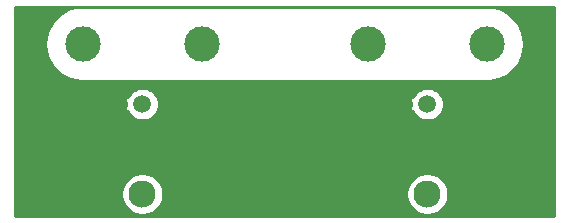
<source format=gbr>
%TF.GenerationSoftware,KiCad,Pcbnew,(5.1.10)-1*%
%TF.CreationDate,2021-10-22T01:29:16+01:00*%
%TF.ProjectId,RCA BOOARD,52434120-424f-44f4-9152-442e6b696361,rev?*%
%TF.SameCoordinates,Original*%
%TF.FileFunction,Copper,L2,Bot*%
%TF.FilePolarity,Positive*%
%FSLAX46Y46*%
G04 Gerber Fmt 4.6, Leading zero omitted, Abs format (unit mm)*
G04 Created by KiCad (PCBNEW (5.1.10)-1) date 2021-10-22 01:29:16*
%MOMM*%
%LPD*%
G01*
G04 APERTURE LIST*
%TA.AperFunction,ComponentPad*%
%ADD10C,1.500000*%
%TD*%
%TA.AperFunction,ComponentPad*%
%ADD11C,3.000000*%
%TD*%
%TA.AperFunction,ComponentPad*%
%ADD12C,2.300000*%
%TD*%
%TA.AperFunction,Conductor*%
%ADD13C,0.250000*%
%TD*%
%TA.AperFunction,Conductor*%
%ADD14C,2.600000*%
%TD*%
%TA.AperFunction,Conductor*%
%ADD15C,4.000000*%
%TD*%
%TA.AperFunction,NonConductor*%
%ADD16C,0.254000*%
%TD*%
%TA.AperFunction,NonConductor*%
%ADD17C,0.100000*%
%TD*%
G04 APERTURE END LIST*
D10*
%TO.P,RCA 4LEG,4*%
%TO.N,N/C*%
X149900000Y-134630000D03*
%TO.P,RCA 4LEG,3*%
X152400000Y-134630000D03*
D11*
%TO.P,RCA 4LEG,2*%
X157450000Y-129530000D03*
%TO.P,RCA 4LEG,1*%
X147350000Y-129530000D03*
%TD*%
%TO.P,RCA 4LEG,1*%
%TO.N,N/C*%
X123220000Y-129530000D03*
%TO.P,RCA 4LEG,2*%
X133320000Y-129530000D03*
D10*
%TO.P,RCA 4LEG,3*%
X128270000Y-134630000D03*
%TO.P,RCA 4LEG,4*%
X125770000Y-134630000D03*
%TD*%
D12*
%TO.P, ,1*%
%TO.N,N/C*%
X138430000Y-142240000D03*
%TD*%
%TO.P, ,1*%
%TO.N,N/C*%
X152400000Y-142240000D03*
%TD*%
%TO.P, ,1*%
%TO.N,N/C*%
X128270000Y-142240000D03*
%TD*%
%TO.P, ,1*%
%TO.N,N/C*%
X142240000Y-142240000D03*
%TD*%
D13*
%TO.N,*%
X142290000Y-142240000D02*
X142240000Y-142240000D01*
D14*
X125730000Y-134620000D02*
X124490000Y-134620000D01*
X149860000Y-134620000D02*
X148620000Y-134620000D01*
D15*
X138430000Y-142240000D02*
X142240000Y-142240000D01*
%TD*%
D16*
X163170001Y-144120000D02*
X117500000Y-144120000D01*
X117500000Y-142064193D01*
X126485000Y-142064193D01*
X126485000Y-142415807D01*
X126553596Y-142760665D01*
X126688153Y-143085515D01*
X126883500Y-143377871D01*
X127132129Y-143626500D01*
X127424485Y-143821847D01*
X127749335Y-143956404D01*
X128094193Y-144025000D01*
X128445807Y-144025000D01*
X128790665Y-143956404D01*
X129115515Y-143821847D01*
X129407871Y-143626500D01*
X129656500Y-143377871D01*
X129851847Y-143085515D01*
X129986404Y-142760665D01*
X130055000Y-142415807D01*
X130055000Y-142064193D01*
X136645000Y-142064193D01*
X136645000Y-142415807D01*
X136713596Y-142760665D01*
X136848153Y-143085515D01*
X137043500Y-143377871D01*
X137292129Y-143626500D01*
X137584485Y-143821847D01*
X137909335Y-143956404D01*
X138254193Y-144025000D01*
X138605807Y-144025000D01*
X138950665Y-143956404D01*
X139275515Y-143821847D01*
X139567871Y-143626500D01*
X139816500Y-143377871D01*
X140011847Y-143085515D01*
X140146404Y-142760665D01*
X140215000Y-142415807D01*
X140215000Y-142064193D01*
X140455000Y-142064193D01*
X140455000Y-142415807D01*
X140523596Y-142760665D01*
X140658153Y-143085515D01*
X140853500Y-143377871D01*
X141102129Y-143626500D01*
X141394485Y-143821847D01*
X141719335Y-143956404D01*
X142064193Y-144025000D01*
X142415807Y-144025000D01*
X142760665Y-143956404D01*
X143085515Y-143821847D01*
X143377871Y-143626500D01*
X143626500Y-143377871D01*
X143821847Y-143085515D01*
X143956404Y-142760665D01*
X144025000Y-142415807D01*
X144025000Y-142064193D01*
X150615000Y-142064193D01*
X150615000Y-142415807D01*
X150683596Y-142760665D01*
X150818153Y-143085515D01*
X151013500Y-143377871D01*
X151262129Y-143626500D01*
X151554485Y-143821847D01*
X151879335Y-143956404D01*
X152224193Y-144025000D01*
X152575807Y-144025000D01*
X152920665Y-143956404D01*
X153245515Y-143821847D01*
X153537871Y-143626500D01*
X153786500Y-143377871D01*
X153981847Y-143085515D01*
X154116404Y-142760665D01*
X154185000Y-142415807D01*
X154185000Y-142064193D01*
X154116404Y-141719335D01*
X153981847Y-141394485D01*
X153786500Y-141102129D01*
X153537871Y-140853500D01*
X153245515Y-140658153D01*
X152920665Y-140523596D01*
X152575807Y-140455000D01*
X152224193Y-140455000D01*
X151879335Y-140523596D01*
X151554485Y-140658153D01*
X151262129Y-140853500D01*
X151013500Y-141102129D01*
X150818153Y-141394485D01*
X150683596Y-141719335D01*
X150615000Y-142064193D01*
X144025000Y-142064193D01*
X143956404Y-141719335D01*
X143821847Y-141394485D01*
X143626500Y-141102129D01*
X143377871Y-140853500D01*
X143085515Y-140658153D01*
X142760665Y-140523596D01*
X142415807Y-140455000D01*
X142064193Y-140455000D01*
X141719335Y-140523596D01*
X141394485Y-140658153D01*
X141102129Y-140853500D01*
X140853500Y-141102129D01*
X140658153Y-141394485D01*
X140523596Y-141719335D01*
X140455000Y-142064193D01*
X140215000Y-142064193D01*
X140146404Y-141719335D01*
X140011847Y-141394485D01*
X139816500Y-141102129D01*
X139567871Y-140853500D01*
X139275515Y-140658153D01*
X138950665Y-140523596D01*
X138605807Y-140455000D01*
X138254193Y-140455000D01*
X137909335Y-140523596D01*
X137584485Y-140658153D01*
X137292129Y-140853500D01*
X137043500Y-141102129D01*
X136848153Y-141394485D01*
X136713596Y-141719335D01*
X136645000Y-142064193D01*
X130055000Y-142064193D01*
X129986404Y-141719335D01*
X129851847Y-141394485D01*
X129656500Y-141102129D01*
X129407871Y-140853500D01*
X129115515Y-140658153D01*
X128790665Y-140523596D01*
X128445807Y-140455000D01*
X128094193Y-140455000D01*
X127749335Y-140523596D01*
X127424485Y-140658153D01*
X127132129Y-140853500D01*
X126883500Y-141102129D01*
X126688153Y-141394485D01*
X126553596Y-141719335D01*
X126485000Y-142064193D01*
X117500000Y-142064193D01*
X117500000Y-134620000D01*
X123696324Y-134620000D01*
X123710998Y-134768985D01*
X123754454Y-134912246D01*
X123825026Y-135044276D01*
X123896201Y-135131002D01*
X123958998Y-135193799D01*
X124045724Y-135264974D01*
X124177754Y-135335546D01*
X124321014Y-135379002D01*
X124469999Y-135393676D01*
X124605622Y-135380318D01*
X124694201Y-135512886D01*
X124887114Y-135705799D01*
X125113957Y-135857371D01*
X125366011Y-135961775D01*
X125633589Y-136015000D01*
X125906411Y-136015000D01*
X126173989Y-135961775D01*
X126426043Y-135857371D01*
X126652886Y-135705799D01*
X126845799Y-135512886D01*
X126997371Y-135286043D01*
X127020000Y-135231412D01*
X127042629Y-135286043D01*
X127194201Y-135512886D01*
X127387114Y-135705799D01*
X127613957Y-135857371D01*
X127866011Y-135961775D01*
X128133589Y-136015000D01*
X128406411Y-136015000D01*
X128673989Y-135961775D01*
X128926043Y-135857371D01*
X129152886Y-135705799D01*
X129345799Y-135512886D01*
X129497371Y-135286043D01*
X129601775Y-135033989D01*
X129655000Y-134766411D01*
X129655000Y-134493589D01*
X148515000Y-134493589D01*
X148515000Y-134766411D01*
X148568225Y-135033989D01*
X148672629Y-135286043D01*
X148824201Y-135512886D01*
X149017114Y-135705799D01*
X149243957Y-135857371D01*
X149496011Y-135961775D01*
X149763589Y-136015000D01*
X150036411Y-136015000D01*
X150303989Y-135961775D01*
X150556043Y-135857371D01*
X150782886Y-135705799D01*
X150975799Y-135512886D01*
X151127371Y-135286043D01*
X151150000Y-135231412D01*
X151172629Y-135286043D01*
X151324201Y-135512886D01*
X151517114Y-135705799D01*
X151743957Y-135857371D01*
X151996011Y-135961775D01*
X152263589Y-136015000D01*
X152536411Y-136015000D01*
X152803989Y-135961775D01*
X153056043Y-135857371D01*
X153282886Y-135705799D01*
X153475799Y-135512886D01*
X153627371Y-135286043D01*
X153731775Y-135033989D01*
X153785000Y-134766411D01*
X153785000Y-134493589D01*
X153731775Y-134226011D01*
X153627371Y-133973957D01*
X153475799Y-133747114D01*
X153282886Y-133554201D01*
X153056043Y-133402629D01*
X152803989Y-133298225D01*
X152536411Y-133245000D01*
X152263589Y-133245000D01*
X151996011Y-133298225D01*
X151743957Y-133402629D01*
X151517114Y-133554201D01*
X151324201Y-133747114D01*
X151172629Y-133973957D01*
X151150000Y-134028588D01*
X151127371Y-133973957D01*
X150975799Y-133747114D01*
X150782886Y-133554201D01*
X150556043Y-133402629D01*
X150303989Y-133298225D01*
X150036411Y-133245000D01*
X149763589Y-133245000D01*
X149496011Y-133298225D01*
X149243957Y-133402629D01*
X149017114Y-133554201D01*
X148824201Y-133747114D01*
X148672629Y-133973957D01*
X148568225Y-134226011D01*
X148515000Y-134493589D01*
X129655000Y-134493589D01*
X129601775Y-134226011D01*
X129497371Y-133973957D01*
X129345799Y-133747114D01*
X129152886Y-133554201D01*
X128926043Y-133402629D01*
X128673989Y-133298225D01*
X128406411Y-133245000D01*
X128133589Y-133245000D01*
X127866011Y-133298225D01*
X127613957Y-133402629D01*
X127387114Y-133554201D01*
X127194201Y-133747114D01*
X127042629Y-133973957D01*
X127020000Y-134028588D01*
X126997371Y-133973957D01*
X126845799Y-133747114D01*
X126652886Y-133554201D01*
X126426043Y-133402629D01*
X126173989Y-133298225D01*
X125906411Y-133245000D01*
X125633589Y-133245000D01*
X125366011Y-133298225D01*
X125113957Y-133402629D01*
X124887114Y-133554201D01*
X124694201Y-133747114D01*
X124611013Y-133871613D01*
X124608985Y-133870998D01*
X124460000Y-133856324D01*
X124311015Y-133870998D01*
X124167754Y-133914454D01*
X124035724Y-133985026D01*
X123919999Y-134079999D01*
X123825026Y-134195724D01*
X123754454Y-134327754D01*
X123710998Y-134471015D01*
X123696324Y-134620000D01*
X117500000Y-134620000D01*
X117500000Y-129530000D01*
X120069832Y-129530000D01*
X120130362Y-130144567D01*
X120309624Y-130735517D01*
X120600731Y-131280140D01*
X120992495Y-131757505D01*
X121469860Y-132149269D01*
X122014483Y-132440376D01*
X122605433Y-132619638D01*
X123065998Y-132665000D01*
X157604002Y-132665000D01*
X158064567Y-132619638D01*
X158655517Y-132440376D01*
X159200140Y-132149269D01*
X159677505Y-131757505D01*
X160069269Y-131280140D01*
X160360376Y-130735517D01*
X160539638Y-130144567D01*
X160600168Y-129530000D01*
X160539638Y-128915433D01*
X160360376Y-128324483D01*
X160069269Y-127779860D01*
X159677505Y-127302495D01*
X159200140Y-126910731D01*
X158655517Y-126619624D01*
X158064567Y-126440362D01*
X157604002Y-126395000D01*
X123065998Y-126395000D01*
X122605433Y-126440362D01*
X122014483Y-126619624D01*
X121469860Y-126910731D01*
X120992495Y-127302495D01*
X120600731Y-127779860D01*
X120309624Y-128324483D01*
X120130362Y-128915433D01*
X120069832Y-129530000D01*
X117500000Y-129530000D01*
X117500000Y-126390000D01*
X163170000Y-126390000D01*
X163170001Y-144120000D01*
%TA.AperFunction,NonConductor*%
D17*
G36*
X163170001Y-144120000D02*
G01*
X117500000Y-144120000D01*
X117500000Y-142064193D01*
X126485000Y-142064193D01*
X126485000Y-142415807D01*
X126553596Y-142760665D01*
X126688153Y-143085515D01*
X126883500Y-143377871D01*
X127132129Y-143626500D01*
X127424485Y-143821847D01*
X127749335Y-143956404D01*
X128094193Y-144025000D01*
X128445807Y-144025000D01*
X128790665Y-143956404D01*
X129115515Y-143821847D01*
X129407871Y-143626500D01*
X129656500Y-143377871D01*
X129851847Y-143085515D01*
X129986404Y-142760665D01*
X130055000Y-142415807D01*
X130055000Y-142064193D01*
X136645000Y-142064193D01*
X136645000Y-142415807D01*
X136713596Y-142760665D01*
X136848153Y-143085515D01*
X137043500Y-143377871D01*
X137292129Y-143626500D01*
X137584485Y-143821847D01*
X137909335Y-143956404D01*
X138254193Y-144025000D01*
X138605807Y-144025000D01*
X138950665Y-143956404D01*
X139275515Y-143821847D01*
X139567871Y-143626500D01*
X139816500Y-143377871D01*
X140011847Y-143085515D01*
X140146404Y-142760665D01*
X140215000Y-142415807D01*
X140215000Y-142064193D01*
X140455000Y-142064193D01*
X140455000Y-142415807D01*
X140523596Y-142760665D01*
X140658153Y-143085515D01*
X140853500Y-143377871D01*
X141102129Y-143626500D01*
X141394485Y-143821847D01*
X141719335Y-143956404D01*
X142064193Y-144025000D01*
X142415807Y-144025000D01*
X142760665Y-143956404D01*
X143085515Y-143821847D01*
X143377871Y-143626500D01*
X143626500Y-143377871D01*
X143821847Y-143085515D01*
X143956404Y-142760665D01*
X144025000Y-142415807D01*
X144025000Y-142064193D01*
X150615000Y-142064193D01*
X150615000Y-142415807D01*
X150683596Y-142760665D01*
X150818153Y-143085515D01*
X151013500Y-143377871D01*
X151262129Y-143626500D01*
X151554485Y-143821847D01*
X151879335Y-143956404D01*
X152224193Y-144025000D01*
X152575807Y-144025000D01*
X152920665Y-143956404D01*
X153245515Y-143821847D01*
X153537871Y-143626500D01*
X153786500Y-143377871D01*
X153981847Y-143085515D01*
X154116404Y-142760665D01*
X154185000Y-142415807D01*
X154185000Y-142064193D01*
X154116404Y-141719335D01*
X153981847Y-141394485D01*
X153786500Y-141102129D01*
X153537871Y-140853500D01*
X153245515Y-140658153D01*
X152920665Y-140523596D01*
X152575807Y-140455000D01*
X152224193Y-140455000D01*
X151879335Y-140523596D01*
X151554485Y-140658153D01*
X151262129Y-140853500D01*
X151013500Y-141102129D01*
X150818153Y-141394485D01*
X150683596Y-141719335D01*
X150615000Y-142064193D01*
X144025000Y-142064193D01*
X143956404Y-141719335D01*
X143821847Y-141394485D01*
X143626500Y-141102129D01*
X143377871Y-140853500D01*
X143085515Y-140658153D01*
X142760665Y-140523596D01*
X142415807Y-140455000D01*
X142064193Y-140455000D01*
X141719335Y-140523596D01*
X141394485Y-140658153D01*
X141102129Y-140853500D01*
X140853500Y-141102129D01*
X140658153Y-141394485D01*
X140523596Y-141719335D01*
X140455000Y-142064193D01*
X140215000Y-142064193D01*
X140146404Y-141719335D01*
X140011847Y-141394485D01*
X139816500Y-141102129D01*
X139567871Y-140853500D01*
X139275515Y-140658153D01*
X138950665Y-140523596D01*
X138605807Y-140455000D01*
X138254193Y-140455000D01*
X137909335Y-140523596D01*
X137584485Y-140658153D01*
X137292129Y-140853500D01*
X137043500Y-141102129D01*
X136848153Y-141394485D01*
X136713596Y-141719335D01*
X136645000Y-142064193D01*
X130055000Y-142064193D01*
X129986404Y-141719335D01*
X129851847Y-141394485D01*
X129656500Y-141102129D01*
X129407871Y-140853500D01*
X129115515Y-140658153D01*
X128790665Y-140523596D01*
X128445807Y-140455000D01*
X128094193Y-140455000D01*
X127749335Y-140523596D01*
X127424485Y-140658153D01*
X127132129Y-140853500D01*
X126883500Y-141102129D01*
X126688153Y-141394485D01*
X126553596Y-141719335D01*
X126485000Y-142064193D01*
X117500000Y-142064193D01*
X117500000Y-134620000D01*
X123696324Y-134620000D01*
X123710998Y-134768985D01*
X123754454Y-134912246D01*
X123825026Y-135044276D01*
X123896201Y-135131002D01*
X123958998Y-135193799D01*
X124045724Y-135264974D01*
X124177754Y-135335546D01*
X124321014Y-135379002D01*
X124469999Y-135393676D01*
X124605622Y-135380318D01*
X124694201Y-135512886D01*
X124887114Y-135705799D01*
X125113957Y-135857371D01*
X125366011Y-135961775D01*
X125633589Y-136015000D01*
X125906411Y-136015000D01*
X126173989Y-135961775D01*
X126426043Y-135857371D01*
X126652886Y-135705799D01*
X126845799Y-135512886D01*
X126997371Y-135286043D01*
X127020000Y-135231412D01*
X127042629Y-135286043D01*
X127194201Y-135512886D01*
X127387114Y-135705799D01*
X127613957Y-135857371D01*
X127866011Y-135961775D01*
X128133589Y-136015000D01*
X128406411Y-136015000D01*
X128673989Y-135961775D01*
X128926043Y-135857371D01*
X129152886Y-135705799D01*
X129345799Y-135512886D01*
X129497371Y-135286043D01*
X129601775Y-135033989D01*
X129655000Y-134766411D01*
X129655000Y-134493589D01*
X148515000Y-134493589D01*
X148515000Y-134766411D01*
X148568225Y-135033989D01*
X148672629Y-135286043D01*
X148824201Y-135512886D01*
X149017114Y-135705799D01*
X149243957Y-135857371D01*
X149496011Y-135961775D01*
X149763589Y-136015000D01*
X150036411Y-136015000D01*
X150303989Y-135961775D01*
X150556043Y-135857371D01*
X150782886Y-135705799D01*
X150975799Y-135512886D01*
X151127371Y-135286043D01*
X151150000Y-135231412D01*
X151172629Y-135286043D01*
X151324201Y-135512886D01*
X151517114Y-135705799D01*
X151743957Y-135857371D01*
X151996011Y-135961775D01*
X152263589Y-136015000D01*
X152536411Y-136015000D01*
X152803989Y-135961775D01*
X153056043Y-135857371D01*
X153282886Y-135705799D01*
X153475799Y-135512886D01*
X153627371Y-135286043D01*
X153731775Y-135033989D01*
X153785000Y-134766411D01*
X153785000Y-134493589D01*
X153731775Y-134226011D01*
X153627371Y-133973957D01*
X153475799Y-133747114D01*
X153282886Y-133554201D01*
X153056043Y-133402629D01*
X152803989Y-133298225D01*
X152536411Y-133245000D01*
X152263589Y-133245000D01*
X151996011Y-133298225D01*
X151743957Y-133402629D01*
X151517114Y-133554201D01*
X151324201Y-133747114D01*
X151172629Y-133973957D01*
X151150000Y-134028588D01*
X151127371Y-133973957D01*
X150975799Y-133747114D01*
X150782886Y-133554201D01*
X150556043Y-133402629D01*
X150303989Y-133298225D01*
X150036411Y-133245000D01*
X149763589Y-133245000D01*
X149496011Y-133298225D01*
X149243957Y-133402629D01*
X149017114Y-133554201D01*
X148824201Y-133747114D01*
X148672629Y-133973957D01*
X148568225Y-134226011D01*
X148515000Y-134493589D01*
X129655000Y-134493589D01*
X129601775Y-134226011D01*
X129497371Y-133973957D01*
X129345799Y-133747114D01*
X129152886Y-133554201D01*
X128926043Y-133402629D01*
X128673989Y-133298225D01*
X128406411Y-133245000D01*
X128133589Y-133245000D01*
X127866011Y-133298225D01*
X127613957Y-133402629D01*
X127387114Y-133554201D01*
X127194201Y-133747114D01*
X127042629Y-133973957D01*
X127020000Y-134028588D01*
X126997371Y-133973957D01*
X126845799Y-133747114D01*
X126652886Y-133554201D01*
X126426043Y-133402629D01*
X126173989Y-133298225D01*
X125906411Y-133245000D01*
X125633589Y-133245000D01*
X125366011Y-133298225D01*
X125113957Y-133402629D01*
X124887114Y-133554201D01*
X124694201Y-133747114D01*
X124611013Y-133871613D01*
X124608985Y-133870998D01*
X124460000Y-133856324D01*
X124311015Y-133870998D01*
X124167754Y-133914454D01*
X124035724Y-133985026D01*
X123919999Y-134079999D01*
X123825026Y-134195724D01*
X123754454Y-134327754D01*
X123710998Y-134471015D01*
X123696324Y-134620000D01*
X117500000Y-134620000D01*
X117500000Y-129530000D01*
X120069832Y-129530000D01*
X120130362Y-130144567D01*
X120309624Y-130735517D01*
X120600731Y-131280140D01*
X120992495Y-131757505D01*
X121469860Y-132149269D01*
X122014483Y-132440376D01*
X122605433Y-132619638D01*
X123065998Y-132665000D01*
X157604002Y-132665000D01*
X158064567Y-132619638D01*
X158655517Y-132440376D01*
X159200140Y-132149269D01*
X159677505Y-131757505D01*
X160069269Y-131280140D01*
X160360376Y-130735517D01*
X160539638Y-130144567D01*
X160600168Y-129530000D01*
X160539638Y-128915433D01*
X160360376Y-128324483D01*
X160069269Y-127779860D01*
X159677505Y-127302495D01*
X159200140Y-126910731D01*
X158655517Y-126619624D01*
X158064567Y-126440362D01*
X157604002Y-126395000D01*
X123065998Y-126395000D01*
X122605433Y-126440362D01*
X122014483Y-126619624D01*
X121469860Y-126910731D01*
X120992495Y-127302495D01*
X120600731Y-127779860D01*
X120309624Y-128324483D01*
X120130362Y-128915433D01*
X120069832Y-129530000D01*
X117500000Y-129530000D01*
X117500000Y-126390000D01*
X163170000Y-126390000D01*
X163170001Y-144120000D01*
G37*
%TD.AperFunction*%
M02*

</source>
